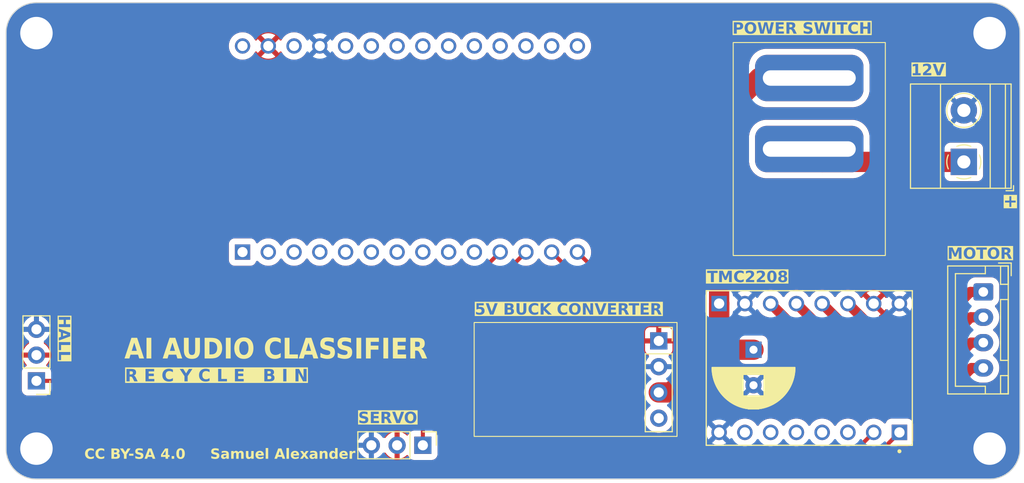
<source format=kicad_pcb>
(kicad_pcb (version 20221018) (generator pcbnew)

  (general
    (thickness 1.6)
  )

  (paper "A4")
  (layers
    (0 "F.Cu" signal)
    (31 "B.Cu" power)
    (32 "B.Adhes" user "B.Adhesive")
    (33 "F.Adhes" user "F.Adhesive")
    (34 "B.Paste" user)
    (35 "F.Paste" user)
    (36 "B.SilkS" user "B.Silkscreen")
    (37 "F.SilkS" user "F.Silkscreen")
    (38 "B.Mask" user)
    (39 "F.Mask" user)
    (40 "Dwgs.User" user "User.Drawings")
    (41 "Cmts.User" user "User.Comments")
    (42 "Eco1.User" user "User.Eco1")
    (43 "Eco2.User" user "User.Eco2")
    (44 "Edge.Cuts" user)
    (45 "Margin" user)
    (46 "B.CrtYd" user "B.Courtyard")
    (47 "F.CrtYd" user "F.Courtyard")
    (48 "B.Fab" user)
    (49 "F.Fab" user)
    (50 "User.1" user)
    (51 "User.2" user)
    (52 "User.3" user)
    (53 "User.4" user)
    (54 "User.5" user)
    (55 "User.6" user)
    (56 "User.7" user)
    (57 "User.8" user)
    (58 "User.9" user)
  )

  (setup
    (stackup
      (layer "F.SilkS" (type "Top Silk Screen"))
      (layer "F.Paste" (type "Top Solder Paste"))
      (layer "F.Mask" (type "Top Solder Mask") (thickness 0.01))
      (layer "F.Cu" (type "copper") (thickness 0.035))
      (layer "dielectric 1" (type "core") (thickness 1.51) (material "FR4") (epsilon_r 4.5) (loss_tangent 0.02))
      (layer "B.Cu" (type "copper") (thickness 0.035))
      (layer "B.Mask" (type "Bottom Solder Mask") (thickness 0.01))
      (layer "B.Paste" (type "Bottom Solder Paste"))
      (layer "B.SilkS" (type "Bottom Silk Screen"))
      (copper_finish "None")
      (dielectric_constraints no)
    )
    (pad_to_mask_clearance 0)
    (pcbplotparams
      (layerselection 0x00010fc_ffffffff)
      (plot_on_all_layers_selection 0x0000000_00000000)
      (disableapertmacros false)
      (usegerberextensions false)
      (usegerberattributes true)
      (usegerberadvancedattributes true)
      (creategerberjobfile false)
      (dashed_line_dash_ratio 12.000000)
      (dashed_line_gap_ratio 3.000000)
      (svgprecision 4)
      (plotframeref false)
      (viasonmask false)
      (mode 1)
      (useauxorigin false)
      (hpglpennumber 1)
      (hpglpenspeed 20)
      (hpglpendiameter 15.000000)
      (dxfpolygonmode true)
      (dxfimperialunits true)
      (dxfusepcbnewfont true)
      (psnegative false)
      (psa4output false)
      (plotreference true)
      (plotvalue true)
      (plotinvisibletext false)
      (sketchpadsonfab false)
      (subtractmaskfromsilk false)
      (outputformat 1)
      (mirror false)
      (drillshape 0)
      (scaleselection 1)
      (outputdirectory "manufacturing/")
    )
  )

  (net 0 "")
  (net 1 "unconnected-(U1-PA03_VREFA{slash}AREF-Pad1)")
  (net 2 "unconnected-(U1-PA02_AIN0{slash}DAC0{slash}A0-Pad2)")
  (net 3 "unconnected-(U1-PB02_AIN10{slash}A1-Pad3)")
  (net 4 "unconnected-(U1-PB03_AIN11{slash}A2-Pad4)")
  (net 5 "unconnected-(U1-PA04_AIN4{slash}A3-Pad5)")
  (net 6 "unconnected-(U1-PA05_AIN5{slash}A4-Pad6)")
  (net 7 "unconnected-(U1-PA06_AIN6{slash}A5-Pad7)")
  (net 8 "unconnected-(U1-PA07_AIN7{slash}A6-Pad8)")
  (net 9 "unconnected-(U1-PA22_TC4-W0{slash}0-Pad9)")
  (net 10 "unconnected-(U1-PA23_TC4-W1{slash}1-Pad10)")
  (net 11 "unconnected-(U1-PA20_TCC0-W6-Pad15)")
  (net 12 "unconnected-(U1-PA21_TCC0-W7-Pad16)")
  (net 13 "unconnected-(U1-PA16_S1_MOSI-Pad17)")
  (net 14 "unconnected-(U1-PA17_S1_SCK-Pad18)")
  (net 15 "unconnected-(U1-PA19_S1_MISO-Pad19)")
  (net 16 "unconnected-(U1-PA08_S0_I2C_SDA-Pad20)")
  (net 17 "unconnected-(U1-PA09_S0_I2C_SCL-Pad21)")
  (net 18 "unconnected-(U1-PB23_S5_RX-Pad22)")
  (net 19 "unconnected-(U1-PB22_S5_TX-Pad23)")
  (net 20 "unconnected-(U1-RESET-Pad24)")
  (net 21 "unconnected-(U1-+3V3-Pad26)")
  (net 22 "+12V")
  (net 23 "unconnected-(U1-+5V-Pad28)")
  (net 24 "GND")
  (net 25 "/DIR")
  (net 26 "/STEP")
  (net 27 "unconnected-(U2-PDN{slash}UART1-PadJP1_4)")
  (net 28 "unconnected-(U2-PDN{slash}UART2-PadJP1_5)")
  (net 29 "unconnected-(U2-MS2-PadJP1_6)")
  (net 30 "unconnected-(U2-MS1-PadJP1_7)")
  (net 31 "/SERVO")
  (net 32 "+5V")
  (net 33 "unconnected-(J4-Pin_4-Pad4)")
  (net 34 "Net-(J3-Pin_1)")
  (net 35 "Net-(J5-Pin_1)")
  (net 36 "Net-(J5-Pin_2)")
  (net 37 "Net-(J5-Pin_3)")
  (net 38 "Net-(J5-Pin_4)")
  (net 39 "/HALL")

  (footprint "Connector_PinHeader_2.54mm:PinHeader_1x03_P2.54mm_Vertical" (layer "F.Cu") (at 99.47868 111.84868 180))

  (footprint "MountingHole:MountingHole_3.2mm_M3_ISO14580" (layer "F.Cu") (at 99.47868 118.52868))

  (footprint "Connector_JST:JST_XH_B4B-XH-A_1x04_P2.50mm_Vertical" (layer "F.Cu") (at 192.83868 103.07868 -90))

  (footprint "TerminalBlock_Phoenix:TerminalBlock_Phoenix_MKDS-1,5-2-5.08_1x02_P5.08mm_Horizontal" (layer "F.Cu") (at 190.91868 90.25868 90))

  (footprint "Connector_PinSocket_2.54mm:PinSocket_1x04_P2.54mm_Vertical" (layer "F.Cu") (at 160.83868 107.90868))

  (footprint "Connector_PinHeader_2.54mm:PinHeader_1x03_P2.54mm_Vertical" (layer "F.Cu") (at 137.57868 118.19868 -90))

  (footprint "ABX00012:ARDUINO_ABX00012" (layer "F.Cu") (at 97.66388 101.48868))

  (footprint "Capacitor_THT:CP_Radial_D8.0mm_P3.50mm" (layer "F.Cu") (at 170.18 108.77868 -90))

  (footprint "TMC2208_SILENTSTEPSTICK:MODULE_TMC2208_SILENTSTEPSTICK" (layer "F.Cu") (at 175.67868 110.57868 -90))

  (footprint "MountingHole:MountingHole_3.2mm_M3_ISO14580" (layer "F.Cu") (at 99.47868 77.55868))

  (footprint "Button_Switch_THT:KCD1-101" (layer "F.Cu") (at 175.67868 88.98868 -90))

  (footprint "MountingHole:MountingHole_3.2mm_M3_ISO14580" (layer "F.Cu") (at 193.45868 118.52868))

  (footprint "MountingHole:MountingHole_3.2mm_M3_ISO14580" (layer "F.Cu") (at 193.45868 77.55868))

  (gr_arc (start 196.45868 118.52868) (mid 195.58 120.65) (end 193.45868 121.52868)
    (stroke (width 0.1) (type default)) (layer "Edge.Cuts") (tstamp 06b70edd-088e-4b6e-a5ee-e48d9d19dc55))
  (gr_line (start 99.47868 74.55868) (end 193.45868 74.55868)
    (stroke (width 0.1) (type default)) (layer "Edge.Cuts") (tstamp 346ca92d-db44-4ea5-9cc1-4715b2dfc5be))
  (gr_line (start 196.45868 77.55868) (end 196.45868 118.52868)
    (stroke (width 0.1) (type default)) (layer "Edge.Cuts") (tstamp 4da2500d-3610-4159-aa66-50fd39aa0f8a))
  (gr_line (start 96.47868 118.52868) (end 96.47868 77.55868)
    (stroke (width 0.1) (type default)) (layer "Edge.Cuts") (tstamp 882039b0-58ac-4136-8a40-47213386aa31))
  (gr_arc (start 99.47868 121.52868) (mid 97.35736 120.65) (end 96.47868 118.52868)
    (stroke (width 0.1) (type default)) (layer "Edge.Cuts") (tstamp 99047cbf-dc80-470f-82c5-558b56ad0022))
  (gr_arc (start 193.45868 74.55868) (mid 195.58 75.43736) (end 196.45868 77.55868)
    (stroke (width 0.1) (type default)) (layer "Edge.Cuts") (tstamp c32d66bd-e9dd-4262-b37a-8341fa36a42c))
  (gr_line (start 193.45868 121.52868) (end 99.47868 121.52868)
    (stroke (width 0.1) (type default)) (layer "Edge.Cuts") (tstamp c9680cc0-2589-4e35-addc-d37526c56c1c))
  (gr_arc (start 96.47868 77.55868) (mid 97.35736 75.43736) (end 99.47868 74.55868)
    (stroke (width 0.1) (type default)) (layer "Edge.Cuts") (tstamp fa973696-39ce-4a07-bae8-bddf3afc0bb9))
  (gr_text "CC BY-SA 4.0     Samuel Alexander" (at 104.2 119.7) (layer "F.SilkS") (tstamp 171b578e-77a7-4e60-9dbc-a934b56fd2e7)
    (effects (font (face "Helvetica Neue") (size 1 1) (thickness 0.2) bold) (justify left bottom))
    (render_cache "CC BY-SA 4.0     Samuel Alexander" 0
      (polygon
        (pts
          (xy 104.966678 118.861751)          (xy 105.180635 118.861751)          (xy 105.179273 118.850928)          (xy 105.177692 118.840258)
          (xy 105.175892 118.82974)          (xy 105.173872 118.819375)          (xy 105.171633 118.809163)          (xy 105.169174 118.799103)
          (xy 105.166496 118.789196)          (xy 105.163599 118.779441)          (xy 105.160482 118.769839)          (xy 105.157145 118.76039)
          (xy 105.153589 118.751094)          (xy 105.149814 118.74195)          (xy 105.145819 118.732959)          (xy 105.141605 118.72412)
          (xy 105.134873 118.711149)          (xy 105.132519 118.706901)          (xy 105.12524 118.694361)          (xy 105.117601 118.682203)
          (xy 105.109601 118.670427)          (xy 105.10124 118.659033)          (xy 105.092519 118.648022)          (xy 105.083437 118.637392)
          (xy 105.073995 118.627145)          (xy 105.064192 118.617279)          (xy 105.054028 118.607796)          (xy 105.043504 118.598695)
          (xy 105.036287 118.59284)          (xy 105.025204 118.584378)          (xy 105.013847 118.576302)          (xy 105.002215 118.568612)
          (xy 104.990308 118.561309)          (xy 104.978127 118.554393)          (xy 104.96567 118.547863)          (xy 104.952939 118.541719)
          (xy 104.939933 118.535962)          (xy 104.926653 118.530591)          (xy 104.913097 118.525606)          (xy 104.903907 118.522498)
          (xy 104.889998 118.518177)          (xy 104.875929 118.51428)          (xy 104.861702 118.510809)          (xy 104.852129 118.508731)
          (xy 104.842485 118.506842)          (xy 104.83277 118.505142)          (xy 104.822985 118.503631)          (xy 104.81313 118.502308)
          (xy 104.803204 118.501175)          (xy 104.793207 118.50023)          (xy 104.78314 118.499475)          (xy 104.773002 118.498908)
          (xy 104.762793 118.49853)          (xy 104.752514 118.498341)          (xy 104.747348 118.498318)          (xy 104.732998 118.498479)
          (xy 104.718832 118.498963)          (xy 104.704849 118.499769)          (xy 104.69105 118.500898)          (xy 104.677433 118.502349)
          (xy 104.664 118.504122)          (xy 104.65075 118.506218)          (xy 104.637683 118.508637)          (xy 104.624799 118.511378)
          (xy 104.612098 118.514442)          (xy 104.599581 118.517828)          (xy 104.587247 118.521536)          (xy 104.575095 118.525567)
          (xy 104.563128 118.52992)          (xy 104.551343 118.534596)          (xy 104.539741 118.539595)          (xy 104.528343 118.544877)
          (xy 104.517168 118.550403)          (xy 104.506216 118.556173)          (xy 104.495488 118.562187)          (xy 104.484982 118.568446)
          (xy 104.4747 118.574949)          (xy 104.464641 118.581696)          (xy 104.454806 118.588688)          (xy 104.445194 118.595923)
          (xy 104.435805 118.603403)          (xy 104.426639 118.611127)          (xy 104.417696 118.619096)          (xy 104.408977 118.627308)
          (xy 104.400481 118.635765)          (xy 104.392208 118.644467)          (xy 104.384159 118.653412)          (xy 104.376367 118.662577)
          (xy 104.368806 118.671936)          (xy 104.361476 118.68149)          (xy 104.354376 118.691239)          (xy 104.347508 118.701182)
          (xy 104.34087 118.71132)          (xy 104.334464 118.721653)          (xy 104.328288 118.73218)          (xy 104.322343 118.742902)
          (xy 104.316629 118.753819)          (xy 104.311146 118.76493)          (xy 104.305894 118.776236)          (xy 104.300873 118.787736)
          (xy 104.296082 118.799431)          (xy 104.291523 118.811321)          (xy 104.287194 118.823405)          (xy 104.283113 118.83565)
          (xy 104.279294 118.848024)          (xy 104.27574 118.860525)          (xy 104.272448 118.873154)          (xy 104.26942 118.885911)
          (xy 104.266655 118.898796)          (xy 104.264153 118.911808)          (xy 104.261915 118.924949)          (xy 104.25994 118.938217)
          (xy 104.258229 118.951613)          (xy 104.25678 118.965137)          (xy 104.255595 118.978789)          (xy 104.254674 118.992569)
          (xy 104.254015 119.006476)          (xy 104.25362 119.020512)          (xy 104.253489 119.034675)          (xy 104.25362 119.048507)
          (xy 104.254015 119.062221)          (xy 104.254674 119.075817)          (xy 104.255595 119.089294)          (xy 104.25678 119.102653)
          (xy 104.258229 119.115893)          (xy 104.25994 119.129016)          (xy 104.261915 119.14202)          (xy 104.264153 119.154905)
          (xy 104.266655 119.167673)          (xy 104.26942 119.180322)          (xy 104.272448 119.192853)          (xy 104.27574 119.205265)
          (xy 104.279294 119.217559)          (xy 104.283113 119.229735)          (xy 104.287194 119.241793)          (xy 104.291523 119.253695)
          (xy 104.296082 119.265404)          (xy 104.300873 119.276921)          (xy 104.305894 119.288245)          (xy 104.311146 119.299376)
          (xy 104.316629 119.310315)          (xy 104.322343 119.32106)          (xy 104.328288 119.331613)          (xy 104.334464 119.341974)
          (xy 104.34087 119.352141)          (xy 104.347508 119.362116)          (xy 104.354376 119.371898)          (xy 104.361476 119.381487)
          (xy 104.368806 119.390884)          (xy 104.376367 119.400088)          (xy 104.384159 119.409099)          (xy 104.392208 119.417864)
          (xy 104.400481 119.426391)          (xy 104.408977 119.434679)          (xy 104.417696 119.442728)          (xy 104.426639 119.450539)
          (xy 104.435805 119.458112)          (xy 104.445194 119.465446)          (xy 104.454806 119.472541)          (xy 104.464641 119.479398)
          (xy 104.4747 119.486017)          (xy 104.484982 119.492397)          (xy 104.495488 119.498538)          (xy 104.506216 119.504441)
          (xy 104.517168 119.510105)          (xy 104.528343 119.515531)          (xy 104.539741 119.520718)          (xy 104.551343 119.525628)
          (xy 104.563128 119.530221)          (xy 104.575095 119.534497)          (xy 104.587247 119.538456)          (xy 104.599581 119.542099)
          (xy 104.612098 119.545425)          (xy 104.624799 119.548434)          (xy 104.637683 119.551127)          (xy 104.65075 119.553502)
          (xy 104.664 119.555561)          (xy 104.677433 119.557303)          (xy 104.69105 119.558729)          (xy 104.704849 119.559837)
          (xy 104.718832 119.560629)          (xy 104.732998 119.561104)          (xy 104.747348 119.561263)          (xy 104.758888 119.56115)
          (xy 104.770307 119.560812)          (xy 104.781603 119.560249)          (xy 104.792777 119.559461)          (xy 104.803829 119.558448)
          (xy 104.814759 119.55721)          (xy 104.825566 119.555746)          (xy 104.836252 119.554057)          (xy 104.846816 119.552144)
          (xy 104.857257 119.550005)          (xy 104.867576 119.54764)          (xy 104.877773 119.545051)          (xy 104.887848 119.542236)
          (xy 104.897801 119.539197)          (xy 104.907632 119.535932)          (xy 104.917341 119.532442)          (xy 104.926942 119.52877)
          (xy 104.936388 119.524897)          (xy 104.94568 119.520824)          (xy 104.954817 119.516551)          (xy 104.963799 119.512077)
          (xy 104.972627 119.507403)          (xy 104.981301 119.502529)          (xy 104.98982 119.497454)          (xy 104.998184 119.492179)
          (xy 105.006394 119.486704)          (xy 105.014449 119.481028)          (xy 105.02235 119.475152)          (xy 105.030096 119.469075)
          (xy 105.037688 119.462798)          (xy 105.045125 119.456321)          (xy 105.052407 119.449644)          (xy 105.059554 119.44275)
          (xy 105.066524 119.435687)          (xy 105.073316 119.428455)          (xy 105.07993 119.421052)          (xy 105.086367 119.413479)
          (xy 105.092627 119.405737)          (xy 105.098709 119.397825)          (xy 105.104614 119.389743)          (xy 105.110341 119.381491)
          (xy 105.115891 119.37307)          (xy 105.121263 119.364478)          (xy 105.126458 119.355717)          (xy 105.131476 119.346786)
          (xy 105.136316 119.337685)          (xy 105.140978 119.328414)          (xy 105.145464 119.318974)          (xy 105.149755 119.309378)
          (xy 105.153837 119.29964)          (xy 105.157708 119.289762)          (xy 105.16137 119.279742)          (xy 105.164822 119.269581)
          (xy 105.168064 119.259279)          (xy 105.171096 119.248836)          (xy 105.173918 119.238251)          (xy 105.17653 119.227526)
          (xy 105.178932 119.216659)          (xy 105.181125 119.205651)          (xy 105.183107 119.194501)          (xy 105.18488 119.183211)
          (xy 105.186443 119.171779)          (xy 105.187796 119.160206)          (xy 105.188939 119.148492)          (xy 104.975226 119.148492)
          (xy 104.973465 119.161009)          (xy 104.971357 119.173218)          (xy 104.968901 119.18512)          (xy 104.966098 119.196715)
          (xy 104.962947 119.208003)          (xy 104.95945 119.218983)          (xy 104.955605 119.229656)          (xy 104.951413 119.240022)
          (xy 104.946873 119.250081)          (xy 104.941986 119.259833)          (xy 104.936752 119.269277)          (xy 104.931171 119.278414)
          (xy 104.925242 119.287244)          (xy 104.918966 119.295767)          (xy 104.912343 119.303982)          (xy 104.905373 119.311891)
          (xy 104.898087 119.319373)          (xy 104.890455 119.326373)          (xy 104.882478 119.332891)          (xy 104.874156 119.338925)
          (xy 104.865488 119.344477)          (xy 104.856475 119.349546)          (xy 104.847116 119.354132)          (xy 104.837412 119.358236)
          (xy 104.827363 119.361856)          (xy 104.816968 119.364994)          (xy 104.806228 119.36765)          (xy 104.795143 119.369822)
          (xy 104.783712 119.371512)          (xy 104.771936 119.372719)          (xy 104.759815 119.373443)          (xy 104.747348 119.373684)
          (xy 104.733534 119.373429)          (xy 104.720119 119.372662)          (xy 104.707104 119.371385)          (xy 104.694488 119.369597)
          (xy 104.682272 119.367298)          (xy 104.670454 119.364488)          (xy 104.659036 119.361167)          (xy 104.648017 119.357335)
          (xy 104.637398 119.352992)          (xy 104.627177 119.348139)          (xy 104.620586 119.344619)          (xy 104.611003 119.338958)
          (xy 104.601764 119.332967)          (xy 104.592868 119.326645)          (xy 104.584316 119.319993)          (xy 104.576107 119.31301)
          (xy 104.568241 119.305696)          (xy 104.560719 119.298052)          (xy 104.553541 119.290077)          (xy 104.546706 119.281771)
          (xy 104.540215 119.273135)          (xy 104.536078 119.267194)          (xy 104.530185 119.258021)          (xy 104.524597 119.248638)
          (xy 104.519314 119.239045)          (xy 104.514336 119.229241)          (xy 104.509663 119.219227)          (xy 104.505294 119.209002)
          (xy 104.501231 119.198567)          (xy 104.497472 119.187922)          (xy 104.494018 119.177066)          (xy 104.490869 119.166)
          (xy 104.488939 119.158506)          (xy 104.48632 119.147119)          (xy 104.483959 119.135671)          (xy 104.481855 119.124164)
          (xy 104.480009 119.112596)          (xy 104.47842 119.100968)          (xy 104.477089 119.08928)          (xy 104.476016 119.077532)
          (xy 104.4752 119.065724)          (xy 104.474642 119.053856)          (xy 104.474341 119.041928)          (xy 104.474284 119.033942)
          (xy 104.474413 119.021477)          (xy 104.474799 119.009084)          (xy 104.475443 118.996764)          (xy 104.476345 118.984517)
          (xy 104.477504 118.972344)          (xy 104.478921 118.960243)          (xy 104.480595 118.948215)          (xy 104.482527 118.93626)
          (xy 104.484717 118.924379)          (xy 104.487164 118.91257)          (xy 104.488939 118.904738)          (xy 104.491885 118.893134)
          (xy 104.495135 118.881771)          (xy 104.498691 118.870649)          (xy 104.502552 118.859767)          (xy 104.506717 118.849125)
          (xy 104.511187 118.838724)          (xy 104.515962 118.828563)          (xy 104.521041 118.818642)          (xy 104.526426 118.808962)
          (xy 104.532115 118.799523)          (xy 104.536078 118.793363)          (xy 104.54234 118.784334)          (xy 104.548946 118.775657)
          (xy 104.555896 118.767333)          (xy 104.563189 118.75936)          (xy 104.570825 118.751739)          (xy 104.578805 118.744471)
          (xy 104.587128 118.737554)          (xy 104.595795 118.73099)          (xy 104.604805 118.724777)          (xy 104.614159 118.718917)
          (xy 104.620586 118.715205)          (xy 104.63054 118.709967)          (xy 104.640893 118.705245)          (xy 104.651646 118.701037)
          (xy 104.662798 118.697345)          (xy 104.674349 118.694168)          (xy 104.686299 118.691506)          (xy 104.698649 118.68936)
          (xy 104.711398 118.687728)          (xy 104.724547 118.686612)          (xy 104.738094 118.686011)          (xy 104.747348 118.685896)
          (xy 104.757488 118.686106)          (xy 104.767513 118.686736)          (xy 104.777424 118.687785)          (xy 104.78722 118.689255)
          (xy 104.796902 118.691144)          (xy 104.80647 118.693452)          (xy 104.815923 118.696181)          (xy 104.825261 118.69933)
          (xy 104.834481 118.702795)          (xy 104.845663 118.707599)          (xy 104.856463 118.712927)          (xy 104.866882 118.71878)
          (xy 104.876919 118.725158)          (xy 104.886574 118.732061)          (xy 104.892184 118.736454)          (xy 104.901175 118.744125)
          (xy 104.909677 118.752178)          (xy 104.91769 118.760612)          (xy 104.925214 118.769427)          (xy 104.932249 118.778625)
          (xy 104.938795 118.788203)          (xy 104.941277 118.792142)          (xy 104.947113 118.802149)          (xy 104.952258 118.812478)
          (xy 104.956711 118.823129)          (xy 104.960473 118.834102)          (xy 104.963542 118.845397)          (xy 104.96592 118.857014)
        )
      )
      (polygon
        (pts
          (xy 106.003244 118.861751)          (xy 106.217201 118.861751)          (xy 106.21584 118.850928)          (xy 106.214259 118.840258)
          (xy 106.212458 118.82974)          (xy 106.210439 118.819375)          (xy 106.208199 118.809163)          (xy 106.205741 118.799103)
          (xy 106.203063 118.789196)          (xy 106.200165 118.779441)          (xy 106.197048 118.769839)          (xy 106.193712 118.76039)
          (xy 106.190156 118.751094)          (xy 106.186381 118.74195)          (xy 106.182386 118.732959)          (xy 106.178172 118.72412)
          (xy 106.171439 118.711149)          (xy 106.169085 118.706901)          (xy 106.161807 118.694361)          (xy 106.154167 118.682203)
          (xy 106.146168 118.670427)          (xy 106.137807 118.659033)          (xy 106.129086 118.648022)          (xy 106.120004 118.637392)
          (xy 106.110562 118.627145)          (xy 106.100758 118.617279)          (xy 106.090595 118.607796)          (xy 106.08007 118.598695)
          (xy 106.072854 118.59284)          (xy 106.061771 118.584378)          (xy 106.050414 118.576302)          (xy 106.038782 118.568612)
          (xy 106.026875 118.561309)          (xy 106.014693 118.554393)          (xy 106.002237 118.547863)          (xy 105.989506 118.541719)
          (xy 105.9765 118.535962)          (xy 105.963219 118.530591)          (xy 105.949664 118.525606)          (xy 105.940474 118.522498)
          (xy 105.926564 118.518177)          (xy 105.912496 118.51428)          (xy 105.898268 118.510809)          (xy 105.888695 118.508731)
          (xy 105.879051 118.506842)          (xy 105.869337 118.505142)          (xy 105.859552 118.503631)          (xy 105.849697 118.502308)
          (xy 105.83977 118.501175)          (xy 105.829774 118.50023)          (xy 105.819706 118.499475)          (xy 105.809568 118.498908)
          (xy 105.79936 118.49853)          (xy 105.78908 118.498341)          (xy 105.783914 118.498318)          (xy 105.769565 118.498479)
          (xy 105.755399 118.498963)          (xy 105.741416 118.499769)          (xy 105.727616 118.500898)          (xy 105.714 118.502349)
          (xy 105.700566 118.504122)          (xy 105.687316 118.506218)          (xy 105.674249 118.508637)          (xy 105.661366 118.511378)
          (xy 105.648665 118.514442)          (xy 105.636147 118.517828)          (xy 105.623813 118.521536)          (xy 105.611662 118.525567)
          (xy 105.599694 118.52992)          (xy 105.587909 118.534596)          (xy 105.576308 118.539595)          (xy 105.56491 118.544877)
          (xy 105.553735 118.550403)          (xy 105.542783 118.556173)          (xy 105.532054 118.562187)          (xy 105.521549 118.568446)
          (xy 105.511267 118.574949)          (xy 105.501208 118.581696)          (xy 105.491372 118.588688)          (xy 105.48176 118.595923)
          (xy 105.472371 118.603403)          (xy 105.463205 118.611127)          (xy 105.454263 118.619096)          (xy 105.445544 118.627308)
          (xy 105.437048 118.635765)          (xy 105.428775 118.644467)          (xy 105.420725 118.653412)          (xy 105.412933 118.662577)
          (xy 105.405372 118.671936)          (xy 105.398042 118.68149)          (xy 105.390943 118.691239)          (xy 105.384075 118.701182)
          (xy 105.377437 118.71132)          (xy 105.37103 118.721653)          (xy 105.364855 118.73218)          (xy 105.35891 118.742902)
          (xy 105.353196 118.753819)          (xy 105.347713 118.76493)          (xy 105.342461 118.776236)          (xy 105.337439 118.787736)
          (xy 105.332649 118.799431)          (xy 105.328089 118.811321)          (xy 105.323761 118.823405)          (xy 105.319679 118.83565)
          (xy 105.315861 118.848024)          (xy 105.312306 118.860525)          (xy 105.309015 118.873154)          (xy 105.305986 118.885911)
          (xy 105.303222 118.898796)          (xy 105.30072 118.911808)          (xy 105.298482 118.924949)          (xy 105.296507 118.938217)
          (xy 105.294795 118.951613)          (xy 105.293347 118.965137)          (xy 105.292162 118.978789)          (xy 105.29124 118.992569)
          (xy 105.290582 119.006476)          (xy 105.290187 119.020512)          (xy 105.290055 119.034675)          (xy 105.290187 119.048507)
          (xy 105.290582 119.062221)          (xy 105.29124 119.075817)          (xy 105.292162 119.089294)          (xy 105.293347 119.102653)
          (xy 105.294795 119.115893)          (xy 105.296507 119.129016)          (xy 105.298482 119.14202)          (xy 105.30072 119.154905)
          (xy 105.303222 119.167673)          (xy 105.305986 119.180322)          (xy 105.309015 119.192853)          (xy 105.312306 119.205265)
          (xy 105.315861 119.217559)          (xy 105.319679 119.229735)          (xy 105.323761 119.241793)          (xy 105.328089 119.253695)
          (xy 105.332649 119.265404)          (xy 105.337439 119.276921)          (xy 105.342461 119.288245)          (xy 105.347713 119.299376)
          (xy 105.353196 119.310315)          (xy 105.35891 119.32106)          (xy 105.364855 119.331613)          (xy 105.37103 119.341974)
          (xy 105.377437 119.352141)          (xy 105.384075 119.362116)          (xy 105.390943 119.371898)          (xy 105.398042 119.381487)
          (xy 105.405372 119.390884)          (xy 105.412933 119.400088)          (xy 105.420725 119.409099)          (xy 105.428775 119.417864)
          (xy 105.437048 119.426391)          (xy 105.445544 119.434679)          (xy 105.454263 119.442728)          (xy 105.463205 119.450539)
          (xy 105.472371 119.458112)          (xy 105.48176 119.465446)          (xy 105.491372 119.472541)          (xy 105.501208 119.479398)
          (xy 105.511267 119.486017)          (xy 105.521549 119.492397)          (xy 105.532054 119.498538)          (xy 105.542783 119.504441)
          (xy 105.553735 119.510105)          (xy 105.56491 119.515531)          (xy 105.576308 119.520718)          (xy 105.587909 119.525628)
          (xy 105.599694 119.530221)          (xy 105.611662 119.534497)          (xy 105.623813 119.538456)          (xy 105.636147 119.542099)
          (xy 105.648665 119.545425)          (xy 105.661366 119.548434)          (xy 105.674249 119.551127)          (xy 105.687316 119.553502)
          (xy 105.700566 119.555561)          (xy 105.714 119.557303)          (xy 105.727616 119.558729)          (xy 105.741416 119.559837)
          (xy 105.755399 119.560629)          (xy 105.769565 119.561104)          (xy 105.783914 119.561263)          (xy 105.795455 119.56115)
          (xy 105.806873 119.560812)          (xy 105.818169 119.560249)          (xy 105.829344 119.559461)          (xy 105.840396 119.558448)
          (xy 105.851325 119.55721)          (xy 105.862133 119.555746)          (xy 105.872819 119.554057)          (xy 105.883382 119.552144)
          (xy 105.893824 119.550005)          (xy 105.904143 119.54764)          (xy 105.91434 119.545051)          (xy 105.924415 119.542236)
          (xy 105.934368 119.539197)          (xy 105.944199 119.535932)          (xy 105.953907 119.532442)          (xy 105.963508 119.52877)
          (xy 105.972955 119.524897)          (xy 105.982246 119.520824)          (xy 105.991383 119.516551)          (xy 106.000366 119.512077)
          (xy 106.009194 119.507403)          (xy 106.017868 119.502529)          (xy 106.026386 119.497454)          (xy 106.034751 119.492179)
          (xy 106.042961 119.486704)          (xy 106.051016 119.481028)          (xy 106.058917 119.475152)          (xy 106.066663 119.469075)
          (xy 106.074254 119.462798)          (xy 106.081691 119.456321)          (xy 106.088974 119.449644)          (xy 106.096121 119.44275)
          (xy 106.10309 119.435687)          (xy 106.109882 119.428455)          (xy 106.116497 119.421052)          (xy 106.122934 119.413479)
          (xy 106.129194 119.405737)          (xy 106.135276 119.397825)          (xy 106.141181 119.389743)          (xy 106.146908 119.381491)
          (xy 106.152458 119.37307)          (xy 106.15783 119.364478)          (xy 106.163025 119.355717)          (xy 106.168043 119.346786)
          (xy 106.172883 119.337685)          (xy 106.177545 119.328414)          (xy 106.18203 119.318974)          (xy 106.186322 119.309378)
          (xy 106.190403 119.29964)          (xy 106.194275 119.289762)          (xy 106.197937 119.279742)          (xy 106.201388 119.269581)
          (xy 106.20463 119.259279)          (xy 106.207662 119.248836)          (xy 106.210484 119.238251)          (xy 106.213097 119.227526)
          (xy 106.215499 119.216659)          (xy 106.217692 119.205651)          (xy 106.219674 119.194501)          (xy 106.221447 119.183211)
          (xy 106.22301 119.171779)          (xy 106.224362 119.160206)          (xy 106.225505 119.148492)          (xy 106.011793 119.148492)
          (xy 106.010032 119.161009)          (xy 106.007923 119.173218)          (xy 106.005467 119.18512)          (xy 106.002664 119.196715)
          (xy 105.999514 119.208003)          (xy 105.996016 119.218983)          (xy 105.992171 119.229656)          (xy 105.987979 119.240022)
          (xy 105.98344 119.250081)          (xy 105.978553 119.259833)          (xy 105.973319 119.269277)          (xy 105.967738 119.278414)
          (xy 105.961809 119.287244)          (xy 105.955533 119.295767)          (xy 105.94891 119.303982)          (xy 105.941939 119.311891)
          (xy 105.934653 119.319373)          (xy 105.927022 119.326373)          (xy 105.919045 119.332891)          (xy 105.910722 119.338925)
          (xy 105.902054 119.344477)          (xy 105.893041 119.349546)          (xy 105.883683 119.354132)          (xy 105.873979 119.358236)
          (xy 105.86393 119.361856)          (xy 105.853535 119.364994)          (xy 105.842795 119.36765)          (xy 105.83171 119.369822)
          (xy 105.820279 119.371512)          (xy 105.808503 119.372719)          (xy 105.796381 119.373443)          (xy 105.783914 119.373684)
          (xy 105.770101 119.373429)          (xy 105.756686 119.372662)          (xy 105.743671 119.371385)          (xy 105.731055 119.369597)
          (xy 105.718838 119.367298)          (xy 105.707021 119.364488)          (xy 105.695603 119.361167)          (xy 105.684584 119.357335)
          (xy 105.673964 119.352992)          (xy 105.663744 119.348139)          (xy 105.657152 119.344619)          (xy 105.64757 119.338958)
          (xy 105.63833 119.332967)          (xy 105.629435 119.326645)          (xy 105.620882 119.319993)          (xy 105.612673 119.31301)
          (xy 105.604808 119.305696)          (xy 105.597286 119.298052)          (xy 105.590108 119.290077)          (xy 105.583273 119.281771)
          (xy 105.576781 119.273135)          (xy 105.572644 119.267194)          (xy 105.566752 119.258021)          (xy 105.561164 119.248638)
          (xy 105.555881 119.239045)          (xy 105.550903 119.229241)          (xy 105.54623 119.219227)          (xy 105.541861 119.209002)
          (xy 105.537797 119.198567)          (xy 105.534039 119.187922)          (xy 105.530585 119.177066)          (xy 105.527436 119.166)
          (xy 105.525505 119.158506)          (xy 105.522886 119.147119)          (xy 105.520525 119.135671)          (xy 105.518421 119.124164)
          (xy 105.516575 119.112596)          (xy 105.514987 119.100968)          (xy 105.513656 119.08928)          (xy 105.512583 119.077532)
          (xy 105.511767 119.065724)          (xy 105.511209 119.053856)          (xy 105.510908 119.041928)          (xy 105.510851 119.033942)
          (xy 105.51098 119.021477)          (xy 105.511366 119.009084)          (xy 105.51201 118.996764)          (xy 105.512912 118.984517)
          (xy 105.514071 118.972344)          (xy 105.515488 118.960243)          (xy 105.517162 118.948215)          (xy 105.519094 118.93626)
          (xy 105.521284 118.924379)          (xy 105.523731 118.91257)          (xy 105.525505 118.904738)          (xy 105.528451 118.893134)
          (xy 105.531702 118.881771)          (xy 105.535258 118.870649)          (xy 105.539118 118.859767)          (xy 105.543283 118.849125)
          (xy 105.547753 118.838724)          (xy 105.552528 118.828563)          (xy 105.557608 118.818642)          (xy 105.562993 118.808962)
          (xy 105.568682 118.799523)          (xy 105.572644 118.793363)          (xy 105.578907 118.784334)          (xy 105.585513 118.775657)
          (xy 105.592462 118.767333)          (xy 105.599755 118.75936)          (xy 105.607392 118.751739)          (xy 105.615372 118.744471)
          (xy 105.623695 118.737554)          (xy 105.632362 118.73099)          (xy 105.641372 118.724777)          (xy 105.650726 118.718917)
          (xy 105.657152 118.715205)          (xy 105.667106 118.709967)          (xy 105.67746 118.705245)          (xy 105.688212 118.701037)
          (xy 105.699364 118.697345)          (xy 105.710916 118.694168)          (xy 105.722866 118.691506)          (xy 105.735216 118.68936)
          (xy 105.747965 118.687728)          (xy 105.761113 118.686612)          (xy 105.774661 118.686011)          (xy 105.783914 118.685896)
          (xy 105.794054 118.686106)          (xy 105.80408 118.686736)          (xy 105.813991 118.687785)          (xy 105.823787 118.689255)
          (xy 105.833469 118.691144)          (xy 105.843036 118.693452)          (xy 105.852489 118.696181)          (xy 105.861828 118.69933)
          (xy 105.871048 118.702795)          (xy 105.88223 118.707599)          (xy 105.89303 118.712927)          (xy 105.903448 118.71878)
          (xy 105.913485 118.725158)          (xy 105.92314 118.732061)          (xy 105.92875 118.736454)          (xy 105.937741 118.744125)
          (xy 105.946243 118.752178)          (xy 105.954256 118.760612)          (xy 105.96178 118.769427)          (xy 105.968816 118.778625)
          (xy 105.975362 118.788203)          (xy 105.977843 118.792142)          (xy 105.98368 118.802149)          (xy 105.988825 118.812478)
          (xy 105.993278 118.823129)          (xy 105.997039 118.834102)          (xy 106.000109 118.845397)          (xy 106.002487 118.857014)
        )
      )
      (polygon
        (pts
          (xy 106.758932 118.529581)          (xy 106.758932 119.53)          (xy 107.245708 119.53)          (xy 107.258361 119.529854)
          (xy 107.27095 119.529416)          (xy 107.283474 119.528686)          (xy 107.295934 119.527664)          (xy 107.30833 119.52635)
          (xy 107.320661 119.524744)          (xy 107.332928 119.522847)          (xy 107.34513 119.520657)          (xy 107.357268 119.518176)
          (xy 107.369341 119.515402)          (xy 107.377355 119.513391)          (xy 107.389229 119.510074)          (xy 107.400854 119.506444)
          (xy 107.412229 119.502501)          (xy 107.423356 119.498244)          (xy 107.434234 119.493674)          (xy 107.444863 119.48879)
          (xy 107.455243 119.483593)          (xy 107.465374 119.478083)          (xy 107.475256 119.472259)          (xy 107.484888 119.466121)
          (xy 107.491172 119.461856)          (xy 107.50038 119.455131)          (xy 107.509227 119.448054)          (xy 107.517713 119.440625)
          (xy 107.525839 119.432844)          (xy 107.533604 119.424711)          (xy 107.541009 119.416226)          (xy 107.548053 119.407389)
          (xy 107.554736 119.3982)          (xy 107.561059 119.388659)          (xy 107.567021 119.378765)          (xy 107.570795 119.371974)
          (xy 107.576077 119.361492)          (xy 107.580839 119.350654)          (xy 107.585081 119.339459)          (xy 107.588804 119.327908)
          (xy 107.592008 119.316)          (xy 107.594692 119.303736)          (xy 107.596856 119.291116)          (xy 107.598501 119.278139)
          (xy 107.599627 119.264806)          (xy 107.600233 119.251117)          (xy 107.600348 119.241793)          (xy 107.600169 119.230266)
          (xy 107.599631 119.218949)          (xy 107.598734 119.207841)          (xy 107.597479 119.196944)          (xy 107.595864 119.186256)
          (xy 107.593891 119.175779)          (xy 107.591559 119.165511)          (xy 107.588869 119.155453)          (xy 107.58582 119.145605)
          (xy 107.582412 119.135967)          (xy 107.578645 119.126539)          (xy 107.57452 119.117321)          (xy 107.570036 119.108312)
          (xy 107.565193 119.099514)          (xy 107.559991 119.090925)          (xy 107.554431 119.082547)          (xy 107.548537 119.074428)
          (xy 107.542276 119.066621)          (xy 107.535646 119.059125)          (xy 107.528648 119.05194)          (xy 107.521281 119.045066)
          (xy 107.513547 119.038503)          (xy 107.505444 119.032251)          (xy 107.496973 119.02631)          (xy 107.488133 119.02068)
          (xy 107.478925 119.015361)          (xy 107.469349 119.010353)          (xy 107.459405 119.005656)          (xy 107.449092 119.00127)
          (xy 107.438412 118.997195)          (xy 107.427362 118.993431)          (xy 107.415945 118.989979)          (xy 107.428338 118.983727)
          (xy 107.440148 118.977153)          (xy 107.451374 118.970257)          (xy 107.462015 118.963039)          (xy 107.472073 118.9555)
          (xy 107.481547 118.947638)          (xy 107.490437 118.939454)          (xy 107.498743 118.930948)          (xy 107.506466 118.92212)
          (xy 107.513604 118.912971)          (xy 107.518039 118.906692)          (xy 107.524193 118.896941)          (xy 107.529742 118.886739)
          (xy 107.534686 118.876087)          (xy 107.539024 118.864983)          (xy 107.542757 118.853429)          (xy 107.545885 118.841425)
          (xy 107.548407 118.828969)          (xy 107.550324 118.816062)          (xy 107.551636 118.802705)          (xy 107.552342 118.788897)
          (xy 107.552477 118.779441)          (xy 107.552273 118.766406)          (xy 107.551661 118.75377)          (xy 107.550641 118.741533)
          (xy 107.549214 118.729696)          (xy 107.547378 118.718258)          (xy 107.545135 118.707219)          (xy 107.542484 118.696579)
          (xy 107.539425 118.686339)          (xy 107.535958 118.676498)          (xy 107.532083 118.667056)          (xy 107.529274 118.660983)
          (xy 107.524756 118.652131)          (xy 107.519903 118.643618)          (xy 107.512911 118.632795)          (xy 107.505325 118.622575)
          (xy 107.497142 118.612958)          (xy 107.488365 118.603944)          (xy 107.478992 118.595533)          (xy 107.469024 118.587725)
          (xy 107.463817 118.584047)          (xy 107.45299 118.577036)          (xy 107.444524 118.572114)          (xy 107.435762 118.567479)
          (xy 107.426704 118.563132)          (xy 107.417349 118.559073)          (xy 107.407699 118.555301)          (xy 107.397752 118.551817)
          (xy 107.387509 118.548621)          (xy 107.376969 118.545712)          (xy 107.366134 118.543091)          (xy 107.362456 118.542281)
          (xy 107.351264 118.540012)          (xy 107.339853 118.537965)          (xy 107.328223 118.536142)          (xy 107.316374 118.534542)
          (xy 107.304306 118.533165)          (xy 107.292019 118.532012)          (xy 107.279514 118.531082)          (xy 107.266789 118.530375)
          (xy 107.253845 118.529891)          (xy 107.240683 118.52963)          (xy 107.231786 118.529581)
        )
          (pts
            (xy 106.979972 118.936001)            (xy 106.979972 118.701528)            (xy 107.186845 118.701528)            (xy 107.197851 118.701699)
            (xy 107.208701 118.702215)            (xy 107.219397 118.703073)            (xy 107.229939 118.704275)            (xy 107.240326 118.705821)
            (xy 107.243754 118.706413)            (xy 107.253789 118.708519)            (xy 107.263377 118.711175)            (xy 107.273999 118.714969)
            (xy 107.284014 118.71951)            (xy 107.292114 118.723998)            (xy 107.301001 118.730022)            (xy 107.309071 118.736981)
            (xy 107.316322 118.744875)            (xy 107.322755 118.753704)            (xy 107.326064 118.759169)            (xy 107.33038 118.768033)
            (xy 107.333803 118.777774)            (xy 107.336333 118.788389)            (xy 107.337971 118.799881)            (xy 107.338653 118.810127)
            (xy 107.338764 118.816566)            (xy 107.338429 118.828118)            (xy 107.337425 118.839052)            (xy 107.33575 118.849367)
            (xy 107.333406 118.859064)            (xy 107.329239 118.871032)            (xy 107.323881 118.881901)            (xy 107.317332 118.891671)
            (xy 107.309593 118.900341)            (xy 107.300662 118.907913)            (xy 107.290866 118.914496)            (xy 107.280406 118.920201)
            (xy 107.269281 118.925029)            (xy 107.257493 118.928979)            (xy 107.24504 118.932051)            (xy 107.235265 118.933779)
            (xy 107.225116 118.935013)            (xy 107.214594 118.935754)            (xy 107.203698 118.936001)
          )
          (pts
            (xy 106.979972 119.358053)            (xy 106.979972 119.092316)            (xy 107.220551 119.092316)            (xy 107.233766 119.092598)
            (xy 107.246483 119.093441)            (xy 107.258701 119.094847)            (xy 107.270422 119.096816)            (xy 107.281645 119.099347)
            (xy 107.29237 119.10244)            (xy 107.302596 119.106096)            (xy 107.312325 119.110314)            (xy 107.321556 119.115095)
            (xy 107.330288 119.120438)            (xy 107.335833 119.124312)            (xy 107.343647 119.130641)            (xy 107.350691 119.137722)
            (xy 107.356967 119.145553)            (xy 107.362475 119.154136)            (xy 107.367214 119.163471)            (xy 107.371185 119.173557)
            (xy 107.374387 119.184394)            (xy 107.37682 119.195982)            (xy 107.378486 119.208322)            (xy 107.379382 119.221413)
            (xy 107.379553 119.230558)            (xy 107.379225 119.242131)            (xy 107.378241 119.253036)            (xy 107.376601 119.263273)
            (xy 107.374305 119.272842)            (xy 107.370685 119.283444)            (xy 107.36612 119.293084)            (xy 107.360839 119.301808)
            (xy 107.354888 119.309845)            (xy 107.348268 119.317195)            (xy 107.340978 119.323859)            (xy 107.333018 119.329835)
            (xy 107.330216 119.331674)            (xy 107.32154 119.336703)            (xy 107.312367 119.341165)            (xy 107.302696 119.345061)
            (xy 107.292526 119.34839)            (xy 107.281859 119.351152)            (xy 107.278192 119.351946)            (xy 107.267015 119.354022)
            (xy 107.255649 119.355667)            (xy 107.244094 119.356884)            (xy 107.234321 119.35757)            (xy 107.224417 119.357957)
            (xy 107.216399 119.358053)
          )
      )
      (polygon
        (pts
          (xy 108.004082 119.140432)          (xy 108.004082 119.53)          (xy 108.224877 119.53)          (xy 108.224877 119.14605)
          (xy 108.597836 118.529581)          (xy 108.351639 118.529581)          (xy 108.118143 118.924766)          (xy 107.883182 118.529581)
          (xy 107.635519 118.529581)
        )
      )
      (polygon
        (pts
          (xy 108.577076 119.061053)          (xy 108.577076 119.233)          (xy 109.000593 119.233)          (xy 109.000593 119.061053)
        )
      )
      (polygon
        (pts
          (xy 109.24166 119.18806)          (xy 109.027704 119.18806)          (xy 109.027664 119.199564)          (xy 109.02791 119.210873)
          (xy 109.028442 119.221988)          (xy 109.029261 119.232909)          (xy 109.030365 119.243634)          (xy 109.031757 119.254165)
          (xy 109.033434 119.264502)          (xy 109.035397 119.274644)          (xy 109.037647 119.284591)          (xy 109.040183 119.294343)
          (xy 109.043005 119.303901)          (xy 109.046113 119.313265)          (xy 109.049508 119.322433)          (xy 109.055137 119.335821)
          (xy 109.061409 119.348771)          (xy 109.068221 119.361248)          (xy 109.075465 119.373309)          (xy 109.083144 119.384953)
          (xy 109.091256 119.396181)          (xy 109.099802 119.406992)          (xy 109.108782 119.417387)          (xy 109.118195 119.427366)
          (xy 109.128042 119.436928)          (xy 109.138322 119.446073)          (xy 109.149036 119.454802)          (xy 109.15642 119.46039)
          (xy 109.167798 119.46843)          (xy 109.179495 119.476061)          (xy 109.191509 119.483284)          (xy 109.203841 119.4901)
          (xy 109.21649 119.496508)          (xy 109.229458 119.502508)          (xy 109.242743 119.5081)          (xy 109.256345 119.513284)
          (xy 109.26559 119.516514)          (xy 109.274977 119.519562)          (xy 109.284504 119.522429)          (xy 109.294173 119.525115)
          (xy 109.303961 119.527599)          (xy 109.313788 119.529923)          (xy 109.323653 119.532087)          (xy 109.333557 119.534091)
          (xy 109.343498 119.535934)          (xy 109.353478 119.537617)          (xy 109.363496 119.53914)          (xy 109.373551 119.540502)
          (xy 109.383646 119.541704)          (xy 109.393778 119.542746)          (xy 109.403948 119.543627)          (xy 109.414157 119.544349)
          (xy 109.424404 119.54491)          (xy 109.434689 119.54531)          (xy 109.445012 119.545551)          (xy 109.455373 119.545631)
          (xy 109.468129 119.545538)          (xy 109.48069 119.545261)          (xy 109.493057 119.544798)          (xy 109.505229 119.54415)
          (xy 109.517206 119.543317)          (xy 109.528989 119.542299)          (xy 109.540577 119.541096)          (xy 109.551971 119.539708)
          (xy 109.56317 119.538135)          (xy 109.574174 119.536377)          (xy 109.584984 119.534433)          (xy 109.595599 119.532305)
          (xy 109.606019 119.529991)          (xy 109.616245 119.527492)          (xy 109.626276 119.524808)          (xy 109.636113 119.521939)
          (xy 109.645783 119.518874)          (xy 109.655255 119.515662)          (xy 109.664529 119.512302)          (xy 109.678067 119.506988)
          (xy 109.691159 119.501343)          (xy 109.703804 119.495367)          (xy 109.716003 119.489061)          (xy 109.727755 119.482424)
          (xy 109.739061 119.475457)          (xy 109.74992 119.468159)          (xy 109.760333 119.460531)          (xy 109.767027 119.455261)
          (xy 109.776689 119.447107)          (xy 109.785892 119.438675)          (xy 109.794635 119.429963)          (xy 109.802919 119.420972)
          (xy 109.810744 119.411702)          (xy 109.818109 119.402153)          (xy 109.825015 119.392325)          (xy 109.831461 119.382217)
          (xy 109.837448 119.371831)          (xy 109.842976 119.361166)          (xy 109.846406 119.3539)          (xy 109.851207 119.342778)
          (xy 109.855536 119.331483)          (xy 109.859393 119.320017)          (xy 109.862778 119.30838)          (xy 109.86569 119.29657)
          (xy 109.86813 119.284589)          (xy 109.870098 119.272436)          (xy 109.871593 119.260111)          (xy 109.872616 119.247615)
          (xy 109.873167 119.234947)          (xy 109.873272 119.226406)          (xy 109.873132 119.215992)          (xy 109.872711 119.205817)
          (xy 109.87201 119.19588)          (xy 109.870432 119.181422)          (xy 109.868223 119.167501)          (xy 109.865383 119.154117)
          (xy 109.861912 119.141269)          (xy 109.85781 119.128958)          (xy 109.853077 119.117183)          (xy 109.847712 119.105945)
          (xy 109.841716 119.095244)          (xy 109.837369 119.088408)          (xy 109.830519 119.078479)          (xy 109.823433 119.068931)
          (xy 109.81611 119.059765)          (xy 109.808552 119.050982)          (xy 109.800757 119.042581)          (xy 109.792727 119.034561)
          (xy 109.78446 119.026924)          (xy 109.775957 119.019669)          (xy 109.767218 119.012796)          (xy 109.758243 119.006306)
          (xy 109.752128 119.002191)          (xy 109.742914 118.9963)          (xy 109.733684 118.990719)          (xy 109.724436 118.985447)
          (xy 109.715171 118.980484)          (xy 109.705889 118.97583)          (xy 109.696589 118.971485)          (xy 109.687273 118.967449)
          (xy 109.677939 118.963722)          (xy 109.668588 118.960305)          (xy 109.65922 118.957197)          (xy 109.652965 118.955296)
          (xy 109.640849 118.951774)          (xy 109.629411 118.948534)          (xy 109.618653 118.945576)          (xy 109.608574 118.942901)
          (xy 109.596931 118.939954)          (xy 109.586349 118.937448)          (xy 109.575052 118.935024)          (xy 109.563407 118.932065)
          (xy 109.552043 118.929174)          (xy 109.54096 118.926349)          (xy 109.530157 118.92359)          (xy 109.519634 118.920899)
          (xy 109.509392 118.918274)          (xy 109.499431 118.915716)          (xy 109.48975 118.913225)          (xy 109.475754 118.909614)
          (xy 109.46239 118.906153)          (xy 109.449657 118.902842)          (xy 109.437555 118.899681)          (xy 109.426083 118.896671)
          (xy 109.4224 118.895701)          (xy 109.411676 118.892816)          (xy 109.401394 118.889931)          (xy 109.391555 118.887045)
          (xy 109.382157 118.88416)          (xy 109.370315 118.880314)          (xy 109.359259 118.876467)          (xy 109.34899 118.87262)
          (xy 109.339506 118.868773)          (xy 109.330809 118.864926)          (xy 109.321036 118.860052)          (xy 109.312324 118.855047)
          (xy 109.303271 118.848867)          (xy 109.295746 118.842499)          (xy 109.288899 118.83483)          (xy 109.286601 118.831465)
          (xy 109.281686 118.821604)          (xy 109.278537 118.811823)          (xy 109.276463 118.800967)          (xy 109.275541 118.790806)
          (xy 109.275366 118.783593)          (xy 109.275855 118.771981)          (xy 109.277324 118.761142)          (xy 109.279771 118.751076)
          (xy 109.283197 118.741782)          (xy 109.288431 118.731916)          (xy 109.289288 118.730593)          (xy 109.295848 118.721742)
          (xy 109.303132 118.713569)          (xy 109.311141 118.706074)          (xy 109.319875 118.699257)          (xy 109.325191 118.695666)
          (xy 109.333598 118.690654)          (xy 109.34233 118.686244)          (xy 109.351389 118.682434)          (xy 109.360775 118.679225)
          (xy 109.370486 118.676618)          (xy 109.373796 118.675882)          (xy 109.383862 118.673973)          (xy 109.393911 118.672459)
          (xy 109.403944 118.67134)          (xy 109.413958 118.670616)          (xy 109.423956 118.670287)          (xy 109.427285 118.670265)
          (xy 109.437383 118.670375)          (xy 109.447282 118.670707)          (xy 109.459378 118.671434)          (xy 109.471163 118.672506)
          (xy 109.482638 118.673924)          (xy 109.493803 118.675688)          (xy 109.502512 118.677348)          (xy 109.513083 118.6798)
          (xy 109.523272 118.682729)          (xy 109.53308 118.686135)          (xy 109.542506 118.690018)          (xy 109.551551 118.694378)
          (xy 109.560214 118.699215)          (xy 109.563572 118.701284)          (xy 109.571706 118.70686)          (xy 109.579315 118.713057)
          (xy 109.586399 118.719874)          (xy 109.592958 118.727311)          (xy 109.598992 118.735368)          (xy 109.604502 118.744045)
          (xy 109.606559 118.74769)          (xy 109.611275 118.757301)          (xy 109.615346 118.767663)          (xy 109.618774 118.778777)
          (xy 109.621557 118.790642)          (xy 109.62332 118.800675)          (xy 109.624671 118.811189)          (xy 109.62561 118.822184)
          (xy 109.839567 118.822184)          (xy 109.839437 118.811386)          (xy 109.839048 118.80079)          (xy 109.838399 118.790396)
          (xy 109.837491 118.780204)          (xy 109.836323 118.770215)          (xy 109.834896 118.760428)          (xy 109.832268 118.746127)
          (xy 109.829057 118.732281)          (xy 109.825261 118.71889)          (xy 109.820882 118.705955)          (xy 109.815919 118.693474)
          (xy 109.810372 118.681448)          (xy 109.80635 118.673684)          (xy 109.799961 118.662383)          (xy 109.793161 118.651468)
          (xy 109.785948 118.640939)          (xy 109.778323 118.630797)          (xy 109.770286 118.621041)          (xy 109.761837 118.611671)
          (xy 109.752975 118.602688)          (xy 109.743702 118.594091)          (xy 109.734016 118.585881)          (xy 109.723918 118.578057)
          (xy 109.716957 118.573056)          (xy 109.70628 118.56583)          (xy 109.695316 118.558991)          (xy 109.684064 118.552538)
          (xy 109.672524 118.546472)          (xy 109.660696 118.540792)          (xy 109.648581 118.535498)          (xy 109.636179 118.530591)
          (xy 109.623488 118.52607)          (xy 109.61051 118.521935)          (xy 109.597245 118.518187)          (xy 109.588241 118.515903)
          (xy 109.574628 118.51276)          (xy 109.560898 118.509927)          (xy 109.547053 118.507402)          (xy 109.533092 118.505187)
          (xy 109.519015 118.503281)          (xy 109.504822 118.501684)          (xy 109.490513 118.500396)          (xy 109.476088 118.499417)
          (xy 109.461547 118.498747)          (xy 109.44689 118.498386)          (xy 109.437055 118.498318)          (xy 109.424413 118.498479)
          (xy 109.411767 118.498962)          (xy 109.399117 118.499767)          (xy 109.386462 118.500894)          (xy 109.373803 118.502343)
          (xy 109.36114 118.504114)          (xy 109.348472 118.506207)          (xy 109.335801 118.508622)          (xy 109.323125 118.511359)
          (xy 109.310444 118.514418)          (xy 109.301988 118.516636)          (xy 109.289471 118.520199)          (xy 109.277199 118.524109)
          (xy 109.265171 118.528367)          (xy 109.253388 118.532973)          (xy 109.241849 118.537927)          (xy 109.230556 118.543229)
          (xy 109.219507 118.548878)          (xy 109.208703 118.554875)          (xy 109.198143 118.56122)          (xy 109.187829 118.567913)
          (xy 109.181088 118.572568)          (xy 109.171237 118.579787)          (xy 109.161742 118.587342)          (xy 109.152604 118.595232)
          (xy 109.143822 118.603457)          (xy 109.135396 118.612016)          (xy 109.127327 118.62091)          (xy 109.119614 118.63014)
          (xy 109.112257 118.639704)          (xy 109.105257 118.649603)          (xy 109.098613 118.659837)          (xy 109.094382 118.666845)
          (xy 109.088489 118.677648)          (xy 109.083176 118.688807)          (xy 109.078443 118.700323)          (xy 109.074289 118.712194)
          (xy 109.070715 118.724422)          (xy 109.06772 118.737007)          (xy 109.065305 118.749948)          (xy 109.06347 118.763245)
          (xy 109.062214 118.776898)          (xy 109.061538 118.790908)          (xy 109.061409 118.800446)          (xy 109.061637 118.813093)
          (xy 109.062319 118.825388)          (xy 109.063457 118.83733)          (xy 109.06505 118.848921)          (xy 109.067098 118.860159)
          (xy 109.069601 118.871046)          (xy 109.072559 118.88158)          (xy 109.075972 118.891762)          (xy 109.07984 118.901593)
          (xy 109.084164 118.911071)          (xy 109.087299 118.917194)          (xy 109.092341 118.926076)          (xy 109.097666 118.93468)
          (xy 109.103274 118.943004)          (xy 109.109166 118.951049)          (xy 109.115341 118.958814)          (xy 109.1218 118.966301)
          (xy 109.128542 118.973509)          (xy 109.135567 118.980438)          (xy 109.142876 118.987087)          (xy 109.150468 118.993458)
          (xy 109.155687 118.99755)          (xy 109.163706 119.00349)          (xy 109.171919 119.009219)          (xy 109.180324 119.014738)
          (xy 109.188923 119.020047)          (xy 109.197715 119.025145)          (xy 109.2067 119.030033)          (xy 109.215879 119.034711)
          (xy 109.22525 119.039178)          (xy 109.234815 119.043435)          (xy 109.244573 119.047482)          (xy 109.251186 119.050062)
          (xy 109.261241 119.053808)          (xy 109.271347 119.057441)          (xy 109.281505 119.060963)          (xy 109.291715 119.064373)
          (xy 109.301976 119.067672)          (xy 109.312289 119.070859)          (xy 109.322653 119.073935)          (xy 109.333068 119.076898)
          (xy 109.343535 119.079751)          (xy 109.354054 119.082491)          (xy 109.361095 119.084256)          (xy 109.371384 119.087118)
          (xy 109.381643 119.089932)          (xy 109.391872 119.092699)          (xy 109.402071 119.095419)          (xy 109.412239 119.098092)
          (xy 109.422378 119.100717)          (xy 109.432487 119.103295)          (xy 109.442565 119.105826)          (xy 109.452614 119.10831)
          (xy 109.462632 119.110746)          (xy 109.469295 119.112344)          (xy 109.479225 119.114718)          (xy 109.488958 119.11717)
          (xy 109.498494 119.119699)          (xy 109.5109 119.123191)          (xy 109.522956 119.12682)          (xy 109.534661 119.130587)
          (xy 109.546014 119.134491)          (xy 109.557017 119.138532)          (xy 109.565038 119.141653)          (xy 109.575346 119.145939)
          (xy 109.585142 119.150492)          (xy 109.594427 119.155312)          (xy 109.603201 119.160399)          (xy 109.611463 119.165753)
          (xy 109.621072 119.172822)          (xy 109.629881 119.180308)          (xy 109.633182 119.183419)          (xy 109.64071 119.191656)
          (xy 109.646963 119.200645)          (xy 109.65194 119.210385)          (xy 109.655641 119.220876)          (xy 109.658065 119.232118)
          (xy 109.659214 119.244112)          (xy 109.659316 119.24912)          (xy 109.658833 119.260623)          (xy 109.657384 119.271469)
          (xy 109.654969 119.28166)          (xy 109.651588 119.291195)          (xy 109.647241 119.300074)          (xy 109.641928 119.308297)
          (xy 109.639532 119.311402)          (xy 109.631853 119.320201)          (xy 109.623469 119.328278)          (xy 109.614382 119.335634)
          (xy 109.606271 119.341213)          (xy 109.597671 119.346291)          (xy 109.590439 119.349993)          (xy 109.581102 119.354122)
          (xy 109.571563 119.357811)          (xy 109.561821 119.361059)          (xy 109.551875 119.363865)          (xy 109.541728 119.36623)
          (xy 109.531377 119.368153)          (xy 109.52718 119.368799)          (xy 109.516749 119.370206)          (xy 109.50652 119.371375)
          (xy 109.496494 119.372305)          (xy 109.48667 119.372997)          (xy 109.47515 119.373512)          (xy 109.463921 119.373684)
          (xy 109.453037 119.37352)          (xy 109.442245 119.373028)          (xy 109.431544 119.372207)          (xy 109.420935 119.371058)
          (xy 109.410417 119.369582)          (xy 109.399991 119.367776)          (xy 109.389656 119.365643)          (xy 109.379413 119.363182)
          (xy 109.36938 119.36038)          (xy 109.359675 119.357228)          (xy 109.350299 119.353725)          (xy 109.34125 119.34987)
          (xy 109.330401 119.344559)          (xy 109.320065 119.338698)          (xy 109.310242 119.332289)          (xy 109.308339 119.330942)
          (xy 109.299237 119.32375)          (xy 109.290707 119.315915)          (xy 109.28275 119.307436)          (xy 109.275366 119.298312)
          (xy 109.268554 119.288545)          (xy 109.262314 119.278134)          (xy 109.259979 119.273789)          (xy 109.255685 119.264756)
          (xy 109.251964 119.255242)          (xy 109.248816 119.245247)          (xy 109.24624 119.234771)          (xy 109.244236 119.223814)
          (xy 109.242805 119.212377)          (xy 109.241947 119.200459)
        )
      )
      (polygon
        (pts
          (xy 110.274075 118.529581)          (xy 109.894033 119.53)          (xy 110.116538 119.53)          (xy 110.195184 119.311158)
          (xy 110.57083 119.311158)          (xy 110.646789 119.53)          (xy 110.876133 119.53)          (xy 110.500488 118.529581)
        )
          (pts
            (xy 110.252826 119.139211)            (xy 110.38374 118.776266)            (xy 110.386427 118.776266)            (xy 110.513189 119.139211)
          )
      )
      (polygon
        (pts
          (xy 111.688729 119.311158)          (xy 111.688729 119.53)          (xy 111.87875 119.53)          (xy 111.87875 119.311158)
          (xy 112.00942 119.311158)          (xy 112.00942 119.139211)          (xy 111.87875 119.139211)          (xy 111.87875 118.545212)
          (xy 111.699965 118.545212)          (xy 111.272295 119.126022)          (xy 111.272295 119.311158)
        )
          (pts
            (xy 111.688729 118.797271)            (xy 111.688729 119.139211)            (xy 111.429832 119.139211)            (xy 111.684577 118.797271)
          )
      )
      (polygon
        (pts
          (xy 112.112002 119.311158)          (xy 112.112002 119.53)          (xy 112.332798 119.53)          (xy 112.332798 119.311158)
        )
      )
      (polygon
        (pts
          (xy 112.445882 119.026127)          (xy 112.445995 119.044589)          (xy 112.446333 119.062668)          (xy 112.446895 119.080363)
          (xy 112.447684 119.097674)          (xy 112.448697 119.114603)          (xy 112.449935 119.131147)          (xy 112.451399 119.147308)
          (xy 112.453087 119.163086)          (xy 112.455001 119.17848)          (xy 112.45714 119.19349)          (xy 112.459505 119.208117)
          (xy 112.462094 119.22236)          (xy 112.464908 119.23622)          (xy 112.467948 119.249696)          (xy 112.471213 119.262789)
          (xy 112.474703 119.275498)          (xy 112.478385 119.287828)          (xy 112.482225 119.299843)          (xy 112.486223 119.311542)
          (xy 112.49038 119.322927)          (xy 112.494696 119.333997)          (xy 112.499169 119.344753)          (xy 112.503801 119.355193)
          (xy 112.508592 119.365319)          (xy 112.51354 119.375129)          (xy 112.518648 119.384625)          (xy 112.523913 119.393806)
          (xy 112.529337 119.402673)          (xy 112.534919 119.411224)          (xy 112.54066 119.419461)          (xy 112.546559 119.427382)
          (xy 112.552616 119.434989)          (xy 112.562009 119.445865)          (xy 112.571685 119.456144)          (xy 112.581644 119.465826)
          (xy 112.591886 119.474911)          (xy 112.602412 119.4834)          (xy 112.613221 119.491292)          (xy 112.624314 119.498587)
          (xy 112.635689 119.505285)          (xy 112.647349 119.511387)          (xy 112.659291 119.516891)          (xy 112.667411 119.52023)
          (xy 112.679752 119.524769)          (xy 112.692232 119.528862)          (xy 112.704848 119.532509)          (xy 112.717602 119.535709)
          (xy 112.730494 119.538462)          (xy 112.743523 119.540769)          (xy 112.756689 119.54263)          (xy 112.769993 119.544043)
          (xy 112.783434 119.545011)          (xy 112.797012 119.545532)          (xy 112.80614 119.545631)          (xy 112.820029 119.545408)
          (xy 112.833758 119.544738)          (xy 112.847329 119.543622)          (xy 112.86074 119.542059)          (xy 112.873993 119.54005)
          (xy 112.887087 119.537594)          (xy 112.900022 119.534692)          (xy 112.912798 119.531343)          (xy 112.925416 119.527548)
          (xy 112.937874 119.523306)          (xy 112.946092 119.52023)          (xy 112.958227 119.515123)          (xy 112.970088 119.509419)
          (xy 112.981675 119.503119)          (xy 112.992986 119.496221)          (xy 113.004023 119.488727)          (xy 113.014785 119.480637)
          (xy 113.025272 119.471949)          (xy 113.035484 119.462665)          (xy 113.045422 119.452784)          (xy 113.055085 119.442306)
          (xy 113.061374 119.434989)          (xy 113.06755 119.427382)          (xy 113.07356 119.419461)          (xy 113.079403 119.411224)
          (xy 113.085081 119.402673)          (xy 113.090593 119.393806)          (xy 113.095938 119.384625)          (xy 113.101118 119.375129)
          (xy 113.106132 119.365319)          (xy 113.110979 119.355193)          (xy 113.115661 119.344753)          (xy 113.120177 119.333997)
          (xy 113.124526 119.322927)          (xy 113.12871 119.311542)          (xy 113.132727 119.299843)          (xy 113.136579 119.287828)
          (xy 113.140265 119.275498)          (xy 113.143755 119.262789)          (xy 113.14702 119.249696)          (xy 113.150059 119.23622)
          (xy 113.152874 119.22236)          (xy 113.155463 119.208117)          (xy 113.157827 119.19349)          (xy 113.159966 119.17848)
          (xy 113.16188 119.163086)          (xy 113.163569 119.147308)          (xy 113.165032 119.131147)          (xy 113.166271 119.114603)
          (xy 113.167284 119.097674)          (xy 113.168072 119.080363)          (xy 113.168635 119.062668)          (xy 113.168973 119.044589)
          (xy 113.169085 119.026127)          (xy 113.168973 119.008232)          (xy 113.168635 118.990696)          (xy 113.168072 118.973519)
          (xy 113.167284 118.9567)          (xy 113.166271 118.940241)          (xy 113.165032 118.92414)          (xy 113.163569 118.908398)
          (xy 113.16188 118.893014)          (xy 113.159966 118.877989)          (xy 113.157827 118.863323)          (xy 113.155463 118.849016)
          (xy 113.152874 118.835068)          (xy 113.150059 118.821478)          (xy 113.14702 118.808247)          (xy 113.143755 118.795374)
          (xy 113.140265 118.782861)          (xy 113.136579 118.770679)          (xy 113.132727 118.758803)          (xy 113.12871 118.747232)
          (xy 113.124526 118.735966)          (xy 113.120177 118.725006)          (xy 113.115661 118.714351)          (xy 113.110979 118.704001)
          (xy 113.106132 118.693956)          (xy 113.101118 118.684217)          (xy 113.095938 118.674783)          (xy 113.090593 118.665655)
          (xy 113.085081 118.656831)          (xy 113.079403 118.648313)          (xy 113.07356 118.640101)          (xy 113.06755 118.632193)
          (xy 113.061374 118.624591)          (xy 113.051895 118.613718)          (xy 113.04214 118.603445)          (xy 113.032111 118.593774)
          (xy 113.021807 118.584703)          (xy 113.011228 118.576234)          (xy 113.000375 118.568366)          (xy 112.989246 118.561099)
          (xy 112.977843 118.554433)          (xy 112.966165 118.548367)          (xy 112.954213 118.542903)          (xy 112.946092 118.539595)
          (xy 112.933739 118.535012)          (xy 112.921228 118.530879)          (xy 112.908557 118.527198)          (xy 112.895728 118.523967)
          (xy 112.88274 118.521187)          (xy 112.869593 118.518858)          (xy 112.856287 118.51698)          (xy 112.842823 118.515552)
          (xy 112.829199 118.514575)          (xy 112.815417 118.514049)          (xy 112.80614 118.513949)          (xy 112.79247 118.514175)
          (xy 112.778938 118.514851)          (xy 112.765543 118.515978)          (xy 112.752285 118.517556)          (xy 112.739164 118.519584)
          (xy 112.726181 118.522064)          (xy 112.713336 118.524994)          (xy 112.700628 118.528375)          (xy 112.688057 118.532207)
          (xy 112.675623 118.536489)          (xy 112.667411 118.539595)          (xy 112.655279 118.544658)          (xy 112.643431 118.550322)
          (xy 112.631866 118.556588)          (xy 112.620585 118.563454)          (xy 112.609587 118.570922)          (xy 112.598872 118.57899)
          (xy 112.58844 118.58766)          (xy 112.578292 118.596931)          (xy 112.568428 118.606803)          (xy 112.558846 118.617275)
          (xy 112.552616 118.624591)          (xy 112.54359 118.636109)          (xy 112.53777 118.644169)          (xy 112.532108 118.652534)
          (xy 112.526605 118.661205)          (xy 112.521261 118.670181)          (xy 112.516074 118.679462)          (xy 112.511046 118.689048)
          (xy 112.506177 118.69894)          (xy 112.501465 118.709137)          (xy 112.496913 118.71964)          (xy 112.492518 118.730448)
          (xy 112.488282 118.741561)          (xy 112.484204 118.752979)          (xy 112.480285 118.764703)          (xy 112.476524 118.776732)
          (xy 112.474703 118.782861)          (xy 112.471213 118.795374)          (xy 112.467948 118.808247)          (xy 112.464908 118.821478)
          (xy 112.462094 118.835068)          (xy 112.459505 118.849016)          (xy 112.45714 118.863323)          (xy 112.455001 118.877989)
          (xy 112.453087 118.893014)          (xy 112.451399 118.908398)          (xy 112.449935 118.92414)          (xy 112.448697 118.940241)
          (xy 112.447684 118.9567)          (xy 112.446895 118.973519)          (xy 112.446333 118.990696)          (xy 112.445995 119.008232)
        )
          (pts
            (xy 112.645673 119.033454)            (xy 112.645699 119.023459)            (xy 112.645776 119.012708)            (xy 112.645905 119.001202)
            (xy 112.646051 118.991037)            (xy 112.646234 118.980346)            (xy 112.646406 118.971416)            (xy 112.646718 118.959996)
            (xy 112.647198 118.94848)            (xy 112.647844 118.936869)            (xy 112.648657 118.925163)            (xy 112.649638 118.913361)
            (xy 112.650785 118.901463)            (xy 112.65129 118.896678)            (xy 112.652725 118.884642)            (xy 112.654434 118.872654)
            (xy 112.656417 118.860714)            (xy 112.658675 118.848821)            (xy 112.661207 118.836977)            (xy 112.664013 118.82518)
            (xy 112.665212 118.820474)            (xy 112.668527 118.80884)            (xy 112.67221 118.7976)            (xy 112.676264 118.786753)
            (xy 112.680687 118.7763)            (xy 112.68548 118.766241)            (xy 112.690643 118.756575)            (xy 112.692812 118.752819)
            (xy 112.698546 118.743781)            (xy 112.704757 118.735292)            (xy 112.711445 118.727352)            (xy 112.71861 118.71996)
            (xy 112.726252 118.713117)            (xy 112.734371 118.706823)            (xy 112.737752 118.704459)            (xy 112.746699 118.699111)
            (xy 112.75629 118.69467)            (xy 112.766525 118.691135)            (xy 112.777404 118.688507)            (xy 112.788927 118.686784)
            (xy 112.801093 118.685969)            (xy 112.80614 118.685896)            (xy 112.816139 118.686186)            (xy 112.828079 118.687365)
            (xy 112.839399 118.689449)            (xy 112.850099 118.69244)            (xy 112.860179 118.696338)            (xy 112.869639 118.701141)
            (xy 112.875017 118.704459)            (xy 112.883556 118.710534)            (xy 112.891618 118.717157)            (xy 112.899203 118.72433)
            (xy 112.906311 118.73205)            (xy 112.912941 118.74032)            (xy 112.919095 118.749138)            (xy 112.921423 118.752819)
            (xy 112.926921 118.762327)            (xy 112.931966 118.772229)            (xy 112.936557 118.782525)            (xy 112.940695 118.793214)
            (xy 112.94438 118.804297)            (xy 112.947612 118.815773)            (xy 112.948778 118.820474)            (xy 112.951571 118.832252)
            (xy 112.95415 118.844078)            (xy 112.956513 118.855951)            (xy 112.958662 118.867872)            (xy 112.960597 118.879841)
            (xy 112.962317 118.891858)            (xy 112.962944 118.896678)            (xy 112.96437 118.908613)            (xy 112.965592 118.920453)
            (xy 112.966612 118.932198)            (xy 112.967429 118.943847)            (xy 112.968043 118.955401)            (xy 112.968454 118.966859)
            (xy 112.968562 118.971416)            (xy 112.968773 118.982526)            (xy 112.968948 118.993112)            (xy 112.969088 119.003172)
            (xy 112.969208 119.014553)            (xy 112.969277 119.025177)            (xy 112.969295 119.033454)            (xy 112.969249 119.044361)
            (xy 112.969112 119.055833)            (xy 112.968883 119.067869)            (xy 112.968562 119.080471)            (xy 112.968261 119.090292)
            (xy 112.967909 119.100432)            (xy 112.967506 119.110889)            (xy 112.967051 119.121664)            (xy 112.966544 119.132756)
            (xy 112.966364 119.136524)            (xy 112.965753 119.147845)            (xy 112.964927 119.159093)            (xy 112.963887 119.170268)
            (xy 112.962631 119.18137)            (xy 112.961162 119.192398)            (xy 112.959477 119.203354)            (xy 112.957578 119.214237)
            (xy 112.955464 119.225047)            (xy 112.953136 119.235784)            (xy 112.950593 119.246448)            (xy 112.948778 119.253517)
            (xy 112.945867 119.263906)            (xy 112.94263 119.274007)            (xy 112.939067 119.283821)            (xy 112.935177 119.293347)
            (xy 112.930961 119.302586)            (xy 112.926419 119.311537)            (xy 112.92155 119.3202)            (xy 112.916355 119.328575)
            (xy 112.910834 119.336663)            (xy 112.902965 119.347)            (xy 112.900907 119.349504)            (xy 112.892213 119.358835)
            (xy 112.882619 119.366922)            (xy 112.872124 119.373764)            (xy 112.860729 119.379363)            (xy 112.848433 119.383717)
            (xy 112.83862 119.386166)            (xy 112.8283 119.387916)            (xy 112.817473 119.388966)            (xy 112.80614 119.389316)
            (xy 112.79503 119.388966)            (xy 112.784413 119.387916)            (xy 112.77429 119.386166)            (xy 112.764661 119.383717)
            (xy 112.75259 119.379363)            (xy 112.741397 119.373764)            (xy 112.731082 119.366922)            (xy 112.721644 119.358835)
            (xy 112.713084 119.349504)            (xy 112.705295 119.339295)            (xy 112.698048 119.328575)            (xy 112.692968 119.3202)
            (xy 112.688193 119.311537)            (xy 112.683723 119.302586)            (xy 112.679558 119.293347)            (xy 112.675697 119.283821)
            (xy 112.672142 119.274007)            (xy 112.668891 119.263906)            (xy 112.665945 119.253517)            (xy 112.6633 119.242901)
            (xy 112.660862 119.232213)            (xy 112.658629 119.221452)            (xy 112.656603 119.210618)            (xy 112.654782 119.19971)
            (xy 112.653168 119.18873)            (xy 112.65176 119.177677)            (xy 112.650558 119.166551)            (xy 112.649562 119.155352)
          
... [768358 chars truncated]
</source>
